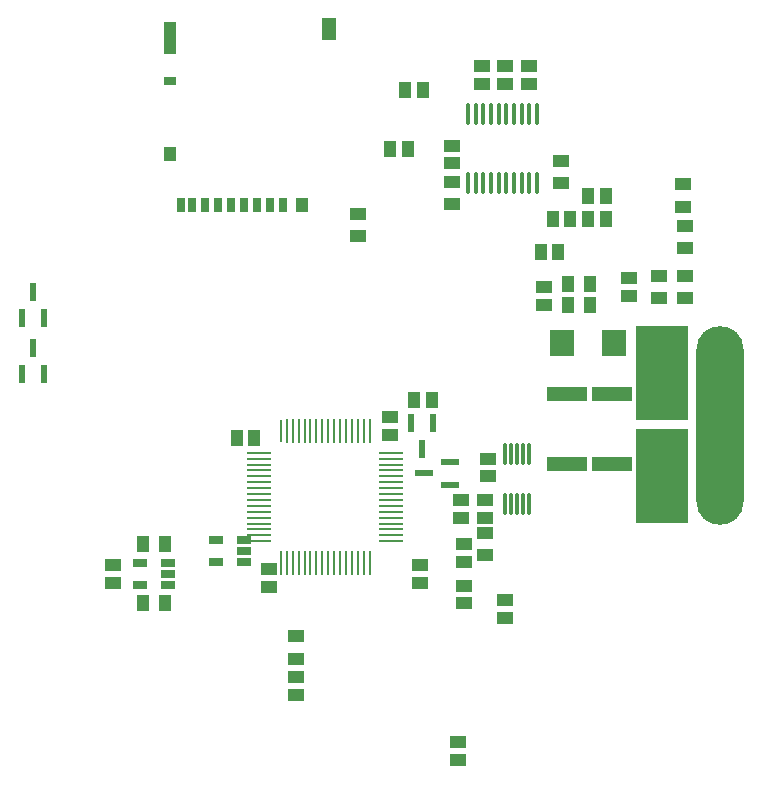
<source format=gbp>
G04*
G04 #@! TF.GenerationSoftware,Altium Limited,Altium Designer,19.1.1 (5)*
G04*
G04 Layer_Color=128*
%FSLAX25Y25*%
%MOIN*%
G70*
G01*
G75*
%ADD17R,0.04000X0.05500*%
%ADD18R,0.05500X0.04000*%
%ADD19R,0.05512X0.04331*%
%ADD20R,0.04331X0.05512*%
%ADD24R,0.06299X0.02362*%
%ADD29R,0.07874X0.09000*%
%ADD32O,0.01378X0.07874*%
%ADD33R,0.05118X0.02756*%
%ADD113O,0.15748X0.47244*%
%ADD114R,0.17717X0.31496*%
%ADD115R,0.02362X0.06299*%
%ADD116R,0.02756X0.04724*%
%ADD117R,0.03937X0.04724*%
%ADD118R,0.03937X0.03150*%
%ADD119R,0.03937X0.11024*%
%ADD120R,0.05118X0.07480*%
%ADD121R,0.13200X0.04700*%
%ADD122O,0.01181X0.07874*%
%ADD123O,0.00984X0.08268*%
%ADD124O,0.00984X0.07500*%
%ADD125O,0.08268X0.00984*%
D17*
X18464Y41339D02*
D03*
X11064D02*
D03*
Y21654D02*
D03*
X18464D02*
D03*
X160196Y127953D02*
D03*
X152796D02*
D03*
Y121063D02*
D03*
X160196D02*
D03*
D18*
X62008Y3190D02*
D03*
Y10590D02*
D03*
X114173Y154765D02*
D03*
Y162165D02*
D03*
X190945Y153879D02*
D03*
Y161279D02*
D03*
X150591Y169054D02*
D03*
Y161654D02*
D03*
X191929Y140001D02*
D03*
Y147401D02*
D03*
X82677Y143938D02*
D03*
Y151338D02*
D03*
X183071Y130668D02*
D03*
Y123268D02*
D03*
X191929D02*
D03*
Y130668D02*
D03*
X125000Y45039D02*
D03*
Y37639D02*
D03*
D19*
X62008Y-2953D02*
D03*
Y-8858D02*
D03*
X125984Y63976D02*
D03*
Y69882D02*
D03*
X114173Y174213D02*
D03*
Y168307D02*
D03*
X144685Y121063D02*
D03*
Y126969D02*
D03*
X139764Y194882D02*
D03*
Y200787D02*
D03*
X131890D02*
D03*
Y194882D02*
D03*
X124016D02*
D03*
Y200787D02*
D03*
X173228Y129921D02*
D03*
Y124016D02*
D03*
X984Y34449D02*
D03*
Y28543D02*
D03*
X131890Y16732D02*
D03*
Y22638D02*
D03*
X93504Y83661D02*
D03*
Y77756D02*
D03*
X103347Y28543D02*
D03*
Y34449D02*
D03*
X118110Y21654D02*
D03*
Y27559D02*
D03*
X118110Y35433D02*
D03*
Y41339D02*
D03*
X117126Y50197D02*
D03*
Y56102D02*
D03*
X125000D02*
D03*
Y50197D02*
D03*
X116142Y-24606D02*
D03*
Y-30512D02*
D03*
X53100Y32953D02*
D03*
Y27047D02*
D03*
D20*
X165354Y157480D02*
D03*
X159449D02*
D03*
X165354Y149606D02*
D03*
X159449D02*
D03*
X147638D02*
D03*
X153543D02*
D03*
X149606Y138779D02*
D03*
X143701D02*
D03*
X104331Y192913D02*
D03*
X98425D02*
D03*
X99410Y173228D02*
D03*
X93504D02*
D03*
X107283Y89567D02*
D03*
X101378D02*
D03*
X48228Y76772D02*
D03*
X42323D02*
D03*
D24*
X113583Y68701D02*
D03*
Y61220D02*
D03*
X104921Y64961D02*
D03*
D29*
X150878Y108268D02*
D03*
X168020D02*
D03*
D32*
X119390Y184646D02*
D03*
X121949D02*
D03*
X124508D02*
D03*
X127067D02*
D03*
X129626D02*
D03*
X132185D02*
D03*
X134744D02*
D03*
X137303D02*
D03*
X139862D02*
D03*
X142421D02*
D03*
X119390Y161811D02*
D03*
X121949D02*
D03*
X124508D02*
D03*
X127067D02*
D03*
X129626D02*
D03*
X132185D02*
D03*
X134744D02*
D03*
X137303D02*
D03*
X139862D02*
D03*
X142421D02*
D03*
D33*
X19488Y35236D02*
D03*
Y31496D02*
D03*
Y27756D02*
D03*
X10039D02*
D03*
Y35236D02*
D03*
X44925Y42740D02*
D03*
Y39000D02*
D03*
Y35260D02*
D03*
X35476D02*
D03*
Y42740D02*
D03*
D113*
X203445Y90256D02*
D03*
Y71555D02*
D03*
D114*
X183957Y98425D02*
D03*
Y63976D02*
D03*
D115*
X100394Y81693D02*
D03*
X107874D02*
D03*
X104134Y73032D02*
D03*
X-21850Y116732D02*
D03*
X-29331D02*
D03*
X-25591Y125394D02*
D03*
X-21850Y98032D02*
D03*
X-29331D02*
D03*
X-25591Y106693D02*
D03*
D116*
X57874Y154527D02*
D03*
X53543D02*
D03*
X49213D02*
D03*
X44882D02*
D03*
X40551D02*
D03*
X36220D02*
D03*
X31890D02*
D03*
X27559D02*
D03*
X23819D02*
D03*
D117*
X63977D02*
D03*
X20079Y171457D02*
D03*
D118*
Y195866D02*
D03*
D119*
Y210236D02*
D03*
D120*
X73228Y212992D02*
D03*
D121*
X167323Y91424D02*
D03*
Y68024D02*
D03*
X152559Y91424D02*
D03*
Y68024D02*
D03*
D122*
X131890Y71260D02*
D03*
X133858D02*
D03*
X135827D02*
D03*
X137795D02*
D03*
X139764D02*
D03*
X131890Y54724D02*
D03*
X133858D02*
D03*
X135827D02*
D03*
X137795D02*
D03*
X139764D02*
D03*
D123*
X86614Y79134D02*
D03*
X84646D02*
D03*
X82677D02*
D03*
X80709D02*
D03*
X78740D02*
D03*
X76772D02*
D03*
X74803D02*
D03*
X72835D02*
D03*
X70866D02*
D03*
X68898D02*
D03*
X66929D02*
D03*
X64961D02*
D03*
X62992D02*
D03*
X61024D02*
D03*
X59055D02*
D03*
X57087Y35039D02*
D03*
X59055D02*
D03*
X61024D02*
D03*
X62992D02*
D03*
X64961D02*
D03*
X66929D02*
D03*
X68898D02*
D03*
X70866D02*
D03*
X72835D02*
D03*
X74803D02*
D03*
X76772D02*
D03*
X78740D02*
D03*
X80709D02*
D03*
X82677D02*
D03*
X84646D02*
D03*
X86614D02*
D03*
D124*
X57087Y79134D02*
D03*
D125*
X49803Y71850D02*
D03*
Y69882D02*
D03*
Y67913D02*
D03*
Y65945D02*
D03*
Y63976D02*
D03*
Y62008D02*
D03*
Y60039D02*
D03*
Y58071D02*
D03*
Y56102D02*
D03*
Y54134D02*
D03*
Y52165D02*
D03*
Y50197D02*
D03*
Y48228D02*
D03*
Y46260D02*
D03*
Y44291D02*
D03*
Y42323D02*
D03*
X93898D02*
D03*
Y44291D02*
D03*
Y46260D02*
D03*
Y48228D02*
D03*
Y50197D02*
D03*
Y52165D02*
D03*
Y54134D02*
D03*
Y56102D02*
D03*
Y58071D02*
D03*
Y60039D02*
D03*
Y62008D02*
D03*
Y63976D02*
D03*
Y65945D02*
D03*
Y67913D02*
D03*
Y69882D02*
D03*
Y71850D02*
D03*
M02*

</source>
